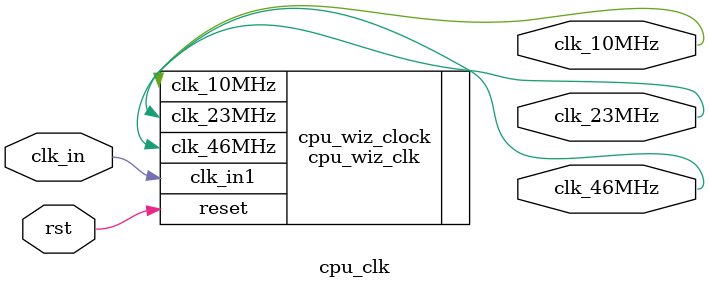
<source format=v>
`timescale 1ns / 1ps


module cpu_clk(
    input rst,
    input clk_in,
    output clk_46MHz,
    output clk_23MHz,
    output clk_10MHz
);
    cpu_wiz_clk cpu_wiz_clock(
        .reset(rst),
        .clk_in1(clk_in),
        .clk_46MHz(clk_46MHz),
        .clk_23MHz(clk_23MHz),
        .clk_10MHz(clk_10MHz)
    );

endmodule

</source>
